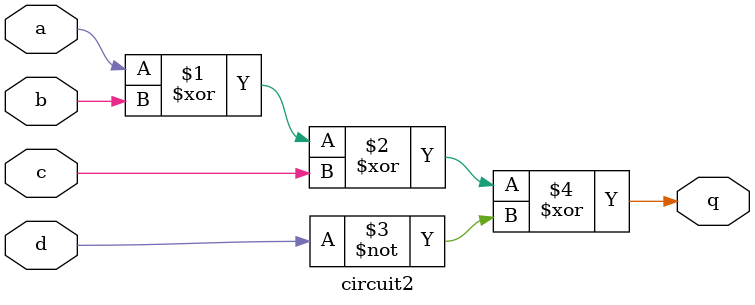
<source format=v>
module circuit2(	// file.cleaned.mlir:2:3
  input  a,	// file.cleaned.mlir:2:26
         b,	// file.cleaned.mlir:2:38
         c,	// file.cleaned.mlir:2:50
         d,	// file.cleaned.mlir:2:62
  output q	// file.cleaned.mlir:2:75
);

  assign q = a ^ b ^ c ^ ~d;	// file.cleaned.mlir:4:10, :5:5
endmodule


</source>
